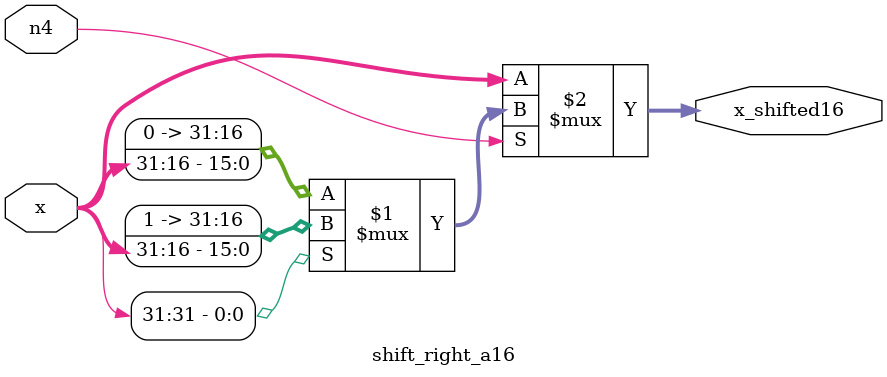
<source format=v>
module shift_right_a (x, n, x_shifted);
input	[31:0]	x, n;
output	[31:0] 	x_shifted;

wire	[31:0]	x0, x1, x2, x3, x4, x_shifted;

//Dich phai n[4:0] lan:
shift_right_a1	sra_1	(x,  n[0], x0);	//Dich phai 1  lan
shift_right_a2	sra_2	(x0, n[1], x1);	//Dich phai 2  lan
shift_right_a4	sra_4	(x1, n[2], x2);	//Dich phai 4  lan
shift_right_a8	sra_8	(x2, n[3], x3);	//Dich phai 8  lan
shift_right_a16	sra_16	(x3, n[4], x4);	//Dich phai 16 lan

//n > 32 lan:
assign	x_shifted = (n[31:5] != 27'b0) ? ((x[31])?  32'hFFFF_FFFF : 32'b0)
				   :   x4;	

endmodule
//
module shift_right_a1	(x, n0, x_shifted1);
input	[31:0]	x;
input	n0;
output	[31:0] 	x_shifted1;

assign 	x_shifted1 = (n0) ?	((x[31]) ? {1'b1, x[31:1]}
					 : {1'b0, x[31:1]})	
			  :	  x;
endmodule
//

module shift_right_a2	(x, n1, x_shifted2);
input	[31:0]	x;
input	n1;
output	[31:0] 	x_shifted2;

assign 	x_shifted2 = (n1) ?	((x[31]) ? {2'b11, x[31:2]}	
 					 : {2'b0,  x[31:2]})	
			  :	  x;
endmodule
//

module shift_right_a4	(x, n2, x_shifted4);
input	[31:0]	x;
input	n2;
output	[31:0] 	x_shifted4;

assign 	x_shifted4 = (n2) ?	((x[31]) ? {4'hf, x[31:4]}	
 					 : {4'b0, x[31:4]})	
			  :	  x;
endmodule
//

module shift_right_a8	(x, n3, x_shifted8);
input	[31:0]	x;
input	n3;
output	[31:0] 	x_shifted8;

assign 	x_shifted8 = (n3) ?	((x[31]) ? {8'hff, x[31:8]}	
 					 : {8'b0,  x[31:8]})	
			  :	  x;
endmodule
//

module shift_right_a16	(x, n4, x_shifted16);
input	[31:0]	x;
input	n4;
output	[31:0] 	x_shifted16;

assign 	x_shifted16 = (n4) ?	((x[31]) ? {16'hffff, x[31:16]}	
 					 : {16'b0,    x[31:16]})	
			   :	  x;
endmodule
//






</source>
